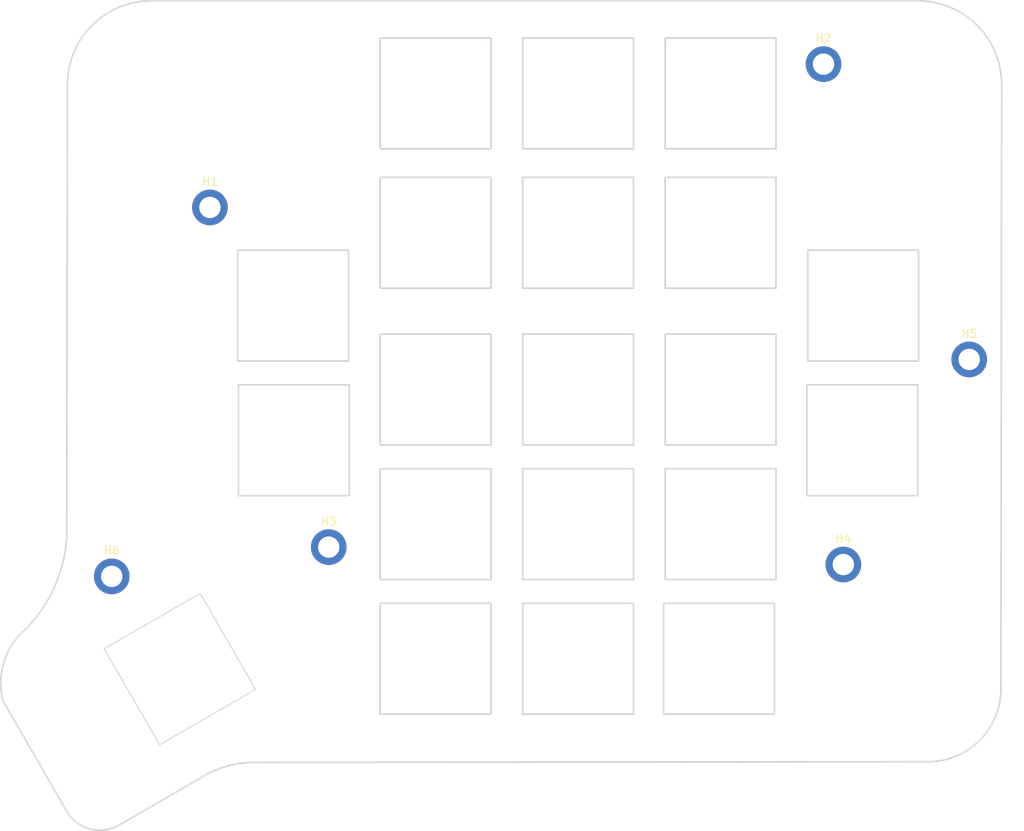
<source format=kicad_pcb>
(kicad_pcb (version 20211014) (generator pcbnew)
  (layers (0 "F.Cu" signal) (31 "B.Cu" signal) (34 "B.Paste" user) (35 "F.Paste" user) (36 "B.SilkS" user "B.Silkscreen") (37 "F.SilkS" user "F.Silkscreen") (38 "B.Mask" user) (39 "F.Mask" user) (44 "Edge.Cuts" user))
  (net 0 "")
  (footprint "MountingHole:MountingHole_2.7mm_M2.5_ISO7380_Pad" (layer "F.Cu") (at 243.697667 110.900001)
    (fp_text reference "H4" (at 0 -3.25) (layer "F.SilkS"))
    (fp_text value "MountingHole_Pad")
    (pad "1" thru_hole circle (at 0 0) (size 4.5 4.5) (drill 2.7) (layers *.Cu *.Mask))
  )
  (footprint "MountingHole:MountingHole_2.7mm_M2.5_ISO7380_Pad" (layer "F.Cu") (at 241.192999 47.695333)
    (fp_text reference "H2" (at 0 -3.25) (layer "F.SilkS"))
    (fp_text value "MountingHole_Pad")
    (pad "1" thru_hole circle (at 0 0) (size 4.5 4.5) (drill 2.7) (layers *.Cu *.Mask))
  )
  (footprint "MountingHole:MountingHole_2.7mm_M2.5_ISO7380_Pad" (layer "F.Cu") (at 259.592999 84.995333)
    (fp_text reference "H5" (at 0 -3.25) (layer "F.SilkS"))
    (fp_text value "MountingHole_Pad")
    (pad "1" thru_hole circle (at 0 0) (size 4.5 4.5) (drill 2.7) (layers *.Cu *.Mask))
  )
  (footprint "MountingHole:MountingHole_2.7mm_M2.5_ISO7380_Pad" (layer "F.Cu") (at 178.697667 108.700001)
    (fp_text reference "H3" (at 0 -3.25) (layer "F.SilkS"))
    (fp_text value "MountingHole_Pad")
    (pad "1" thru_hole circle (at 0 0) (size 4.5 4.5) (drill 2.7) (layers *.Cu *.Mask))
  )
  (footprint "MountingHole:MountingHole_2.7mm_M2.5_ISO7380_Pad" (layer "F.Cu") (at 151.292999 112.395333)
    (fp_text reference "H6" (at 0 -3.25) (layer "F.SilkS"))
    (fp_text value "MountingHole_Pad")
    (pad "1" thru_hole circle (at 0 0) (size 4.5 4.5) (drill 2.7) (layers *.Cu *.Mask))
  )
  (footprint "MountingHole:MountingHole_2.7mm_M2.5_ISO7380_Pad" (layer "F.Cu") (at 163.692999 65.795333)
    (fp_text reference "H1" (at 0 -3.25) (layer "F.SilkS"))
    (fp_text value "MountingHole_Pad")
    (pad "1" thru_hole circle (at 0 0) (size 4.5 4.5) (drill 2.7) (layers *.Cu *.Mask))
  )
  (footprint "Kustom_Kel:rectangley dude" (layer "F.Cu") (at 159.897667 124.100001 30)
    (fp_text reference "REF1" hide)
    (fp_text value "rectangley dude")
    (fp_rect (start -7 7) (end 7 -7) (layer "Edge.Cuts") (width 0.12) (fill none))
  )
  (gr_rect (start 199.192999 95.795333) (end 185.192999 81.795333) (layer "Edge.Cuts") (width 0.2) (fill none))
  (gr_line (start 145.597667 107.500001) (end 145.695333 50.295333) (layer "Edge.Cuts") (width 0.2))
  (gr_rect (start 217.192999 129.795333) (end 203.192999 115.795333) (layer "Edge.Cuts") (width 0.2) (fill none))
  (gr_arc (start 152.360496 143.725456) (mid 148.428661 144.261121) (end 145.397667 141.700001) (layer "Edge.Cuts") (width 0.2))
  (gr_rect (start 181.292999 102.195333) (end 167.292999 88.195333) (layer "Edge.Cuts") (width 0.2) (fill none))
  (gr_line (start 263.597673 126.400001) (end 263.690665 50.295333) (layer "Edge.Cuts") (width 0.2))
  (gr_rect (start 217.192999 75.995333) (end 203.192999 61.995333) (layer "Edge.Cuts") (width 0.2) (fill none))
  (gr_rect (start 217.192999 58.395333) (end 203.192999 44.395333) (layer "Edge.Cuts") (width 0.2) (fill none))
  (gr_rect (start 235.192999 95.795333) (end 221.192999 81.795333) (layer "Edge.Cuts") (width 0.2) (fill none))
  (gr_arc (start 145.597667 107.500001) (mid 144.072248 113.70438) (end 140.497667 119.000001) (layer "Edge.Cuts") (width 0.2))
  (gr_rect (start 199.192999 129.795333) (end 185.192999 115.795333) (layer "Edge.Cuts") (width 0.2) (fill none))
  (gr_rect (start 199.192999 58.395333) (end 185.192999 44.395333) (layer "Edge.Cuts") (width 0.2) (fill none))
  (gr_rect (start 253.092999 102.195333) (end 239.092999 88.195333) (layer "Edge.Cuts") (width 0.2) (fill none))
  (gr_line (start 168.797667 135.900001) (end 254.097673 135.800001) (layer "Edge.Cuts") (width 0.2))
  (gr_line (start 156.295333 39.695333) (end 253.090665 39.695333) (layer "Edge.Cuts") (width 0.2))
  (gr_line (start 152.360496 143.725456) (end 162.240262 138.016486) (layer "Edge.Cuts") (width 0.2))
  (gr_arc (start 162.240262 138.016486) (mid 165.375414 136.513488) (end 168.797667 135.900001) (layer "Edge.Cuts") (width 0.2))
  (gr_rect (start 253.192999 85.200001) (end 239.192999 71.200001) (layer "Edge.Cuts") (width 0.2) (fill none))
  (gr_line (start 145.397667 141.700001) (end 137.593 128.195333) (layer "Edge.Cuts") (width 0.2))
  (gr_rect (start 181.192999 85.195333) (end 167.192999 71.195333) (layer "Edge.Cuts") (width 0.2) (fill none))
  (gr_arc (start 253.090665 39.695333) (mid 260.585979 42.80002) (end 263.690665 50.295333) (layer "Edge.Cuts") (width 0.2))
  (gr_arc (start 145.695333 50.295333) (mid 148.8 42.8) (end 156.295333 39.695333) (layer "Edge.Cuts") (width 0.2))
  (gr_rect (start 217.192999 112.795333) (end 203.192999 98.795333) (layer "Edge.Cuts") (width 0.2) (fill none))
  (gr_rect (start 199.192999 112.795333) (end 185.192999 98.795333) (layer "Edge.Cuts") (width 0.2) (fill none))
  (gr_arc (start 263.597673 126.400001) (mid 260.870792 133.144642) (end 254.097673 135.800001) (layer "Edge.Cuts") (width 0.2))
  (gr_rect (start 199.192999 75.995333) (end 185.192999 61.995333) (layer "Edge.Cuts") (width 0.2) (fill none))
  (gr_rect (start 235.192999 75.995333) (end 221.192999 61.995333) (layer "Edge.Cuts") (width 0.2) (fill none))
  (gr_arc (start 137.593 128.195333) (mid 137.689312 123.16932) (end 140.497667 119.000001) (layer "Edge.Cuts") (width 0.2))
  (gr_rect (start 217.192999 95.795333) (end 203.192999 81.795333) (layer "Edge.Cuts") (width 0.2) (fill none))
  (gr_rect (start 234.992999 129.795333) (end 220.992999 115.795333) (layer "Edge.Cuts") (width 0.2) (fill none))
  (gr_rect (start 235.192999 112.795333) (end 221.192999 98.795333) (layer "Edge.Cuts") (width 0.2) (fill none))
  (gr_rect (start 235.192999 58.395333) (end 221.192999 44.395333) (layer "Edge.Cuts") (width 0.2) (fill none))
)
</source>
